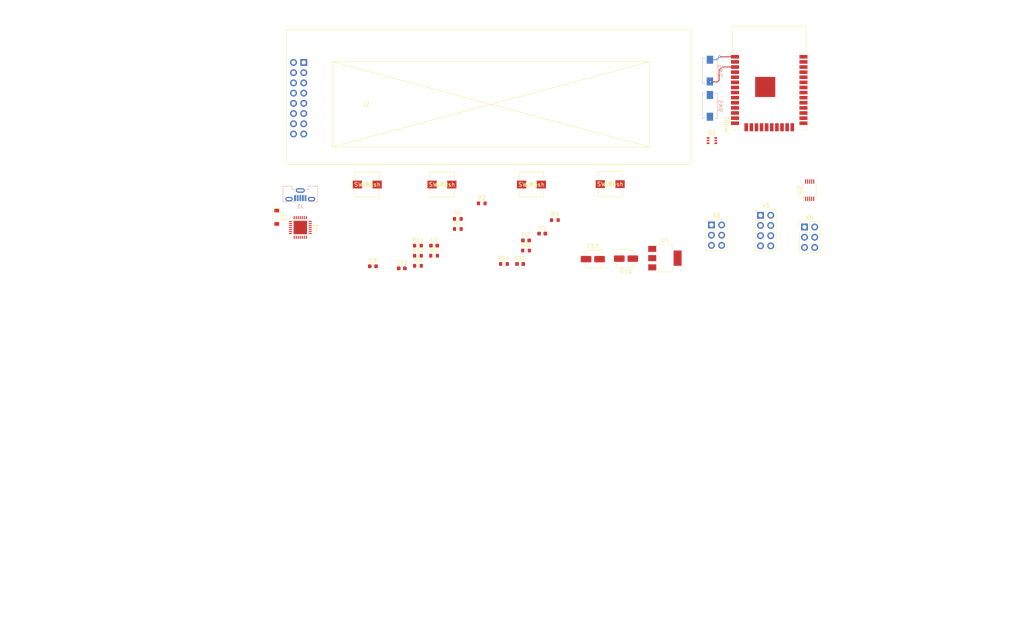
<source format=kicad_pcb>
(kicad_pcb (version 20211014) (generator pcbnew)

  (general
    (thickness 1.6)
  )

  (paper "A4")
  (layers
    (0 "F.Cu" signal)
    (31 "B.Cu" signal)
    (32 "B.Adhes" user "B.Adhesive")
    (33 "F.Adhes" user "F.Adhesive")
    (34 "B.Paste" user)
    (35 "F.Paste" user)
    (36 "B.SilkS" user "B.Silkscreen")
    (37 "F.SilkS" user "F.Silkscreen")
    (38 "B.Mask" user)
    (39 "F.Mask" user)
    (40 "Dwgs.User" user "User.Drawings")
    (41 "Cmts.User" user "User.Comments")
    (42 "Eco1.User" user "User.Eco1")
    (43 "Eco2.User" user "User.Eco2")
    (44 "Edge.Cuts" user)
    (45 "Margin" user)
    (46 "B.CrtYd" user "B.Courtyard")
    (47 "F.CrtYd" user "F.Courtyard")
    (48 "B.Fab" user)
    (49 "F.Fab" user)
  )

  (setup
    (stackup
      (layer "F.SilkS" (type "Top Silk Screen"))
      (layer "F.Paste" (type "Top Solder Paste"))
      (layer "F.Mask" (type "Top Solder Mask") (thickness 0.01))
      (layer "F.Cu" (type "copper") (thickness 0.035))
      (layer "dielectric 1" (type "core") (thickness 1.51) (material "FR4") (epsilon_r 4.5) (loss_tangent 0.02))
      (layer "B.Cu" (type "copper") (thickness 0.035))
      (layer "B.Mask" (type "Bottom Solder Mask") (thickness 0.01))
      (layer "B.Paste" (type "Bottom Solder Paste"))
      (layer "B.SilkS" (type "Bottom Silk Screen"))
      (copper_finish "None")
      (dielectric_constraints no)
    )
    (pad_to_mask_clearance 0)
    (grid_origin 85.5345 101.473)
    (pcbplotparams
      (layerselection 0x00010fc_ffffffff)
      (disableapertmacros false)
      (usegerberextensions false)
      (usegerberattributes true)
      (usegerberadvancedattributes true)
      (creategerberjobfile true)
      (svguseinch false)
      (svgprecision 6)
      (excludeedgelayer true)
      (plotframeref false)
      (viasonmask false)
      (mode 1)
      (useauxorigin false)
      (hpglpennumber 1)
      (hpglpenspeed 20)
      (hpglpendiameter 15.000000)
      (dxfpolygonmode true)
      (dxfimperialunits true)
      (dxfusepcbnewfont true)
      (psnegative false)
      (psa4output false)
      (plotreference true)
      (plotvalue true)
      (plotinvisibletext false)
      (sketchpadsonfab false)
      (subtractmaskfromsilk false)
      (outputformat 1)
      (mirror false)
      (drillshape 1)
      (scaleselection 1)
      (outputdirectory "")
    )
  )

  (net 0 "")
  (net 1 "VCC")
  (net 2 "+5V")
  (net 3 "GND")
  (net 4 "+3V3")
  (net 5 "/ESP_RST")
  (net 6 "Net-(D1-Pad1)")
  (net 7 "/BTN_USR_1")
  (net 8 "/BTN_USR_2")
  (net 9 "/BTN_USR_3")
  (net 10 "/BTN_USR_4")
  (net 11 "/OVER")
  (net 12 "unconnected-(U1-Pad1)")
  (net 13 "unconnected-(U1-Pad2)")
  (net 14 "unconnected-(U1-Pad10)")
  (net 15 "unconnected-(U1-Pad11)")
  (net 16 "unconnected-(U1-Pad12)")
  (net 17 "unconnected-(U1-Pad13)")
  (net 18 "unconnected-(U1-Pad14)")
  (net 19 "unconnected-(U1-Pad15)")
  (net 20 "unconnected-(U1-Pad16)")
  (net 21 "unconnected-(U1-Pad17)")
  (net 22 "unconnected-(U1-Pad18)")
  (net 23 "unconnected-(U1-Pad19)")
  (net 24 "unconnected-(U1-Pad20)")
  (net 25 "unconnected-(U1-Pad21)")
  (net 26 "/ESP_GPIO0")
  (net 27 "unconnected-(U1-Pad22)")
  (net 28 "unconnected-(U1-Pad23)")
  (net 29 "unconnected-(U1-Pad27)")
  (net 30 "/IN_ADC0")
  (net 31 "/I2C_SDA")
  (net 32 "/ESP_RX")
  (net 33 "/ESP_TX")
  (net 34 "/I2C_SCL")
  (net 35 "/IN_ADC1")
  (net 36 "/IN_ADC2")
  (net 37 "unconnected-(U2-Pad7)")
  (net 38 "/ADC_RDY")
  (net 39 "/uC07")
  (net 40 "/uC04")
  (net 41 "/uC05")
  (net 42 "/uC03")
  (net 43 "/ESP_GPIO2")
  (net 44 "/uC06")
  (net 45 "/uC02")
  (net 46 "unconnected-(X3-Pad7)")
  (net 47 "/uc01")
  (net 48 "/IN_ADC3")
  (net 49 "unconnected-(X6-Pad4)")
  (net 50 "unconnected-(X6-Pad5)")
  (net 51 "unconnected-(X8-Pad1)")
  (net 52 "/DTR")
  (net 53 "/RTS")
  (net 54 "unconnected-(X8-Pad2)")
  (net 55 "unconnected-(X8-Pad3)")
  (net 56 "/USB_RST")
  (net 57 "unconnected-(X8-Pad4)")
  (net 58 "/D-")
  (net 59 "/D+")
  (net 60 "/VBUS")
  (net 61 "unconnected-(J2-Pad3)")
  (net 62 "/OLED_SCLK")
  (net 63 "/OLED_MOSI")
  (net 64 "unconnected-(J2-Pad6)")
  (net 65 "unconnected-(J2-Pad7)")
  (net 66 "unconnected-(J2-Pad8)")
  (net 67 "unconnected-(J2-Pad9)")
  (net 68 "unconnected-(J2-Pad10)")
  (net 69 "unconnected-(J2-Pad11)")
  (net 70 "unconnected-(J2-Pad12)")
  (net 71 "unconnected-(J2-Pad13)")
  (net 72 "/OLED_DC")
  (net 73 "/OLED_RST")
  (net 74 "/OLED_CS")
  (net 75 "unconnected-(MOD1-Pad5)")
  (net 76 "/BUZZER")
  (net 77 "unconnected-(MOD1-Pad17)")
  (net 78 "unconnected-(MOD1-Pad18)")
  (net 79 "unconnected-(MOD1-Pad19)")
  (net 80 "unconnected-(MOD1-Pad20)")
  (net 81 "unconnected-(MOD1-Pad21)")
  (net 82 "unconnected-(MOD1-Pad22)")
  (net 83 "/OLED_SCK")
  (net 84 "/uC01")
  (net 85 "unconnected-(MOD1-Pad32)")

  (footprint "Capacitor_SMD:C_0603_1608Metric" (layer "F.Cu") (at 81.5975 132.207))

  (footprint "Capacitor_SMD:C_0603_1608Metric" (layer "F.Cu") (at 123.6345 124.079))

  (footprint "Button_Switch_SMD:SW_SPST_ALPS_SKPMAME010" (layer "F.Cu") (at 98.7425 111.887))

  (footprint "Connector_PinHeader_2.54mm:PinHeader_2x04_P2.54mm_Vertical" (layer "F.Cu") (at 177.8585 119.517))

  (footprint "Button_Switch_SMD:SW_SPST_ALPS_SKPMAME010" (layer "F.Cu") (at 120.9675 111.887))

  (footprint "Resistor_SMD:R_0603_1608Metric" (layer "F.Cu") (at 96.7895 129.576))

  (footprint "Package_SO:TSSOP-10_3x3mm_P0.5mm" (layer "F.Cu") (at 190.0555 113.284 90))

  (footprint "Capacitor_SMD:C_Elec_4x5.4" (layer "F.Cu") (at 136.2075 130.429))

  (footprint "Diode_SMD:D_SOD-123" (layer "F.Cu") (at 57.7215 120.015 -90))

  (footprint "Resistor_SMD:R_0603_1608Metric" (layer "F.Cu") (at 108.6295 116.576))

  (footprint "Resistor_SMD:R_0603_1608Metric" (layer "F.Cu") (at 119.6245 128.289))

  (footprint "Button_Switch_SMD:SW_SPST_ALPS_SKPMAME010" (layer "F.Cu") (at 140.5255 111.7854))

  (footprint "Resistor_SMD:R_0603_1608Metric" (layer "F.Cu") (at 114.1445 131.629))

  (footprint "Capacitor_SMD:C_0603_1608Metric" (layer "F.Cu") (at 119.6245 125.779))

  (footprint "Resistor_SMD:R_0603_1608Metric" (layer "F.Cu") (at 92.7795 132.086))

  (footprint "Resistor_SMD:R_0603_1608Metric" (layer "F.Cu") (at 92.7795 129.576))

  (footprint "Connector_PinHeader_2.54mm:PinHeader_2x03_P2.54mm_Vertical" (layer "F.Cu") (at 188.7805 122.443))

  (footprint "Package_DFN_QFN:QFN-28-1EP_5x5mm_P0.5mm_EP3.35x3.35mm" (layer "F.Cu") (at 63.5635 122.555 -90))

  (footprint "Resistor_SMD:R_0603_1608Metric" (layer "F.Cu") (at 102.6795 122.936))

  (footprint "Capacitor_SMD:C_0603_1608Metric" (layer "F.Cu") (at 96.7895 127.066))

  (footprint "Capacitor_SMD:C_0603_1608Metric" (layer "F.Cu") (at 118.1545 131.629))

  (footprint "Button_Switch_SMD:SW_SPST_ALPS_SKPMAME010" (layer "F.Cu") (at 80.2005 111.887))

  (footprint "Resistor_SMD:R_0603_1608Metric" (layer "F.Cu") (at 102.6795 120.426))

  (footprint "Package_TO_SOT_SMD:SOT-363_SC-70-6" (layer "F.Cu") (at 165.7985 100.965))

  (footprint "Resistor_SMD:R_0603_1608Metric" (layer "F.Cu") (at 92.7795 127.066))

  (footprint "Package_TO_SOT_SMD:SOT-223-3_TabPin2" (layer "F.Cu") (at 154.1145 130.175))

  (footprint "Resistor_SMD:R_0603_1608Metric" (layer "F.Cu") (at 126.7745 120.729))

  (footprint "RF_Module:ESP32-WROOM-32" (layer "F.Cu") (at 180.0225 88.392))

  (footprint "Capacitor_SMD:C_0603_1608Metric" (layer "F.Cu") (at 88.7695 132.716))

  (footprint "Connector_PinHeader_2.54mm:PinHeader_2x03_P2.54mm_Vertical" (layer "F.Cu") (at 165.6665 121.935))

  (footprint "Display:OLED_SSD1322_NHD_256X64" (layer "F.Cu") (at 60.1345 106.934 180))

  (footprint "Capacitor_SMD:C_Elec_4x5.4" (layer "F.Cu") (at 144.4625 130.302 180))

  (footprint "Connector_USB:USB_Micro-B_Molex-105133-0031" (layer "B.Cu") (at 63.5635 114.427))

  (footprint "Button_Switch_SMD:SW_SPST_EVQPE1" (layer "B.Cu") (at 165.2905 92.329 90))

  (footprint "Button_Switch_SMD:SW_SPST_EVQPE1" (layer "B.Cu") (at 165.2905 83.566 90))

  (gr_line (start -2.413 213.828) (end 0.087 213.828) (layer "Dwgs.User") (width 0.2) (tstamp 03a94075-9a07-4798-8c59-a918c4f25935))
  (gr_line (start -2.413 213.828) (end -2.413 211.328) (layer "Dwgs.User") (width 0.2) (tstamp 081150ea-ab55-4bb2-8208-18ff5fedeb71))
  (gr_line (start -2.413 213.828) (end -2.413 216.328) (layer "Dwgs.User") (width 0.2) (tstamp 0e072558-0135-4131-909a-54fd820ad9d0))
  (gr_line (start 0.087 213.828) (end 1.637 213.828) (layer "Dwgs.User") (width 0.2) (tstamp 15f6f0e2-f84d-4bef-bc11-11de155956b9))
  (gr_line (start 2.587 213.828) (end 6.087 213.828) (layer "Dwgs.User") (width 0.2) (tstamp 1801968f-ee67-43d0-9b17-1d91a8b29b7b))
  (gr_line (start -2.413 213.828) (end 0.087 213.828) (layer "Dwgs.User") (width 0.2) (tstamp 199a37ef-7924-497d-924d-746552377015))
  (gr_line (start -2.413 218.828) (end -2.413 222.328) (layer "Dwgs.User") (width 0.2) (tstamp 1b866a2d-1a19-4caf-b120-b3f3dc8dd483))
  (gr_line (start -2.413 216.328) (end -2.413 217.878) (layer "Dwgs.User") (width 0.2) (tstamp 1daf33fc-dca1-4159-991e-5821b1a2547f))
  (gr_line (start -4.913 213.828) (end -6.463 213.828) (layer "Dwgs.User") (width 0.2) (tstamp 1e816ddf-9ca2-49e8-8581-73c953280473))
  (gr_line (start -2.413 213.828) (end -2.413 211.328) (layer "Dwgs.User") (width 0.2) (tstamp 20c7e74f-a7e7-4b11-8236-66f900766c7f))
  (gr_line (start -2.413 213.828) (end -2.413 211.328) (layer "Dwgs.User") (width 0.2) (tstamp 22a4638e-e4ca-43c6-a9e3-dac2c716b013))
  (gr_line (start -2.413 211.328) (end -2.413 209.778) (layer "Dwgs.User") (width 0.2) (tstamp 22c0b198-a1bd-4c59-acbf-d
... [8946 chars truncated]
</source>
